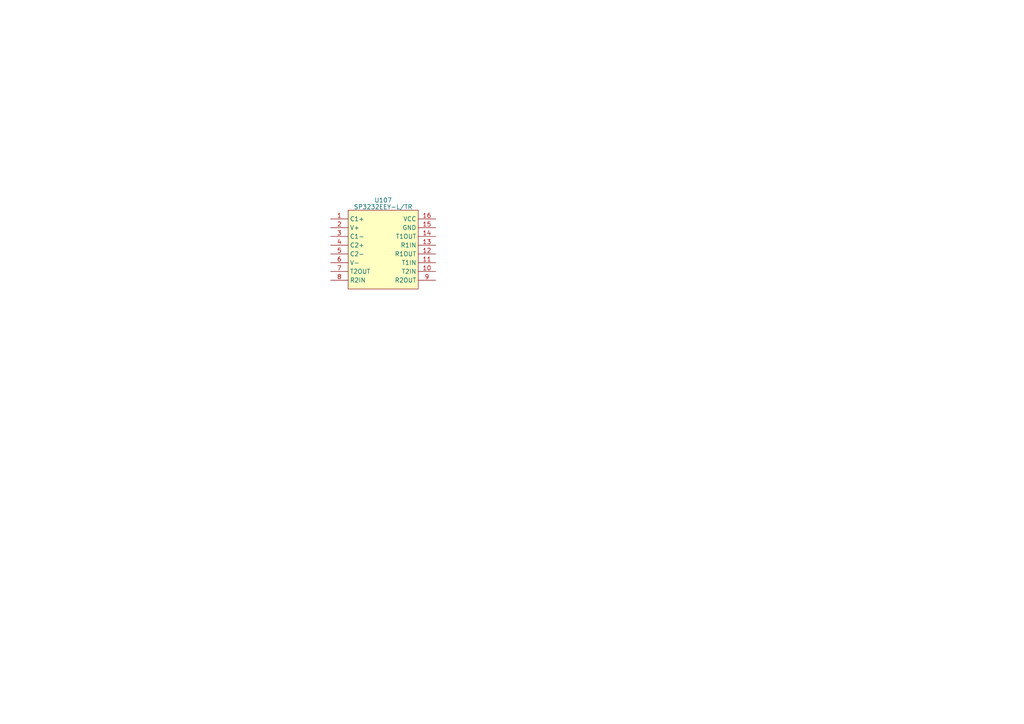
<source format=kicad_sch>
(kicad_sch (version 20230121) (generator eeschema)
  (paper "A4")
  (lib_symbols
    (symbol "easyeda2kicad2:SP3232EEY-L_TR"
      (property "Reference" "U" (at 0 13.97 0))
      (property "Value" "SP3232EEY-L/TR" (at 0 -13.97 0))
      (symbol "SP3232EEY-L_TR_0_1"
        (rectangle (start -10.16 11.43) (end 10.16 -11.43) (fill (type background)))
        (pin unspecified line (at -15.24 8.89 0) (length 5.08) (name "C1+") (number "1"))
        (pin unspecified line (at 15.24 -6.35 180) (length 5.08) (name "T2IN") (number "10"))
        (pin unspecified line (at 15.24 -3.81 180) (length 5.08) (name "T1IN") (number "11"))
        (pin unspecified line (at 15.24 -1.27 180) (length 5.08) (name "R1OUT") (number "12"))
        (pin unspecified line (at 15.24 1.27 180) (length 5.08) (name "R1IN") (number "13"))
        (pin unspecified line (at 15.24 3.81 180) (length 5.08) (name "T1OUT") (number "14"))
        (pin unspecified line (at 15.24 6.35 180) (length 5.08) (name "GND") (number "15"))
        (pin unspecified line (at 15.24 8.89 180) (length 5.08) (name "VCC") (number "16"))
        (pin unspecified line (at -15.24 6.35 0) (length 5.08) (name "V+") (number "2"))
        (pin unspecified line (at -15.24 3.81 0) (length 5.08) (name "C1-") (number "3"))
        (pin unspecified line (at -15.24 1.27 0) (length 5.08) (name "C2+") (number "4"))
        (pin unspecified line (at -15.24 -1.27 0) (length 5.08) (name "C2-") (number "5"))
        (pin unspecified line (at -15.24 -3.81 0) (length 5.08) (name "V-") (number "6"))
        (pin unspecified line (at -15.24 -6.35 0) (length 5.08) (name "T2OUT") (number "7"))
        (pin unspecified line (at -15.24 -8.89 0) (length 5.08) (name "R2IN") (number "8"))
        (pin unspecified line (at 15.24 -8.89 180) (length 5.08) (name "R2OUT") (number "9"))
      )
    )
  )
  (symbol (lib_id "easyeda2kicad2:SP3232EEY-L_TR") (at 111.125 72.39 0) (unit 1)
    (property "Reference" "U107" (at 111.125 58.0771 0))
    (property "Value" "SP3232EEY-L/TR" (at 111.125 59.9981 0))
    (property "Footprint" "easyeda2kicad2:TSSOP-16_L5.0-W4.4-P0.65-LS6.4-BL" (effects hide))
    (property "Datasheet" "https://lcsc.com/product-detail/RS232_SIPEX_SP3232EEY-L-TR_SP3232EEY_C13482.html" (effects hide))
    (property "LCSC Part" "C13482" (effects hide))
    (instances (project "PiraniGaugeDisplay" (path "" (reference "U107") (unit 1)) (path "" (reference "U901") (unit 1))))
  )
)
</source>
